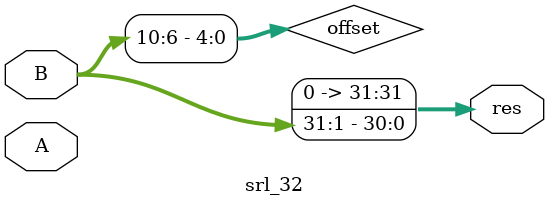
<source format=v>
`timescale 1ns / 1ps


module srl_32(
    input [31:0] A,
    input [31:0] B,
    output [31:0] res
    );
    wire [4:0] offset;
    assign offset = B[10:6];
    assign res = B >> 1;
endmodule

</source>
